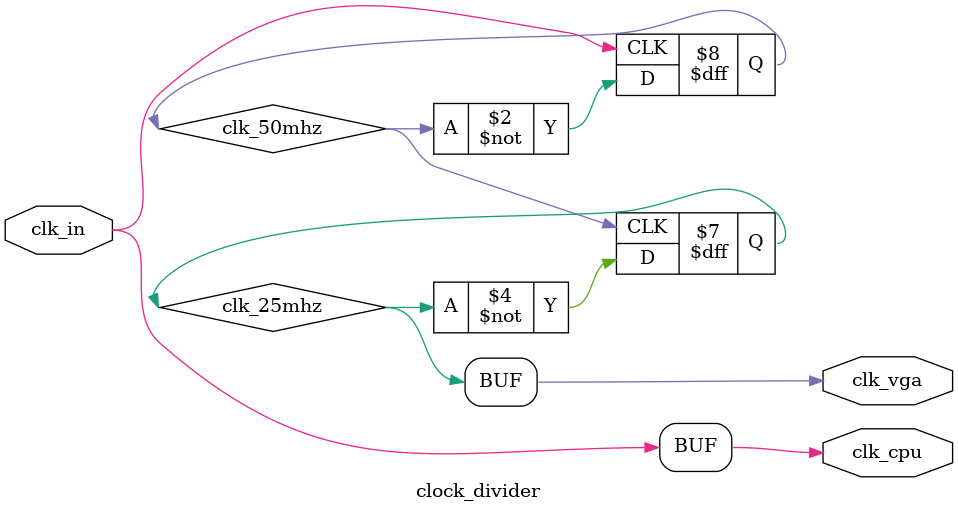
<source format=v>
`timescale 1ns / 1ps
module clock_divider(
	input 	wire 	clk_in,
	output 	wire 	clk_cpu,
//	output 	wire 	clk_io,
	output 	wire 	clk_vga
	);
	
	reg clk_50mhz = 0, clk_25mhz = 0;
	 
	always @(posedge clk_in)
		clk_50mhz = ~clk_50mhz;
	
	always @(posedge clk_50mhz)
		clk_25mhz = ~clk_25mhz;
		
	//OUTPUT Signals
	assign clk_cpu = clk_in;
//	assign clk_io 	= ~clk_in;
	assign clk_vga	= clk_25mhz;
	 
endmodule

</source>
